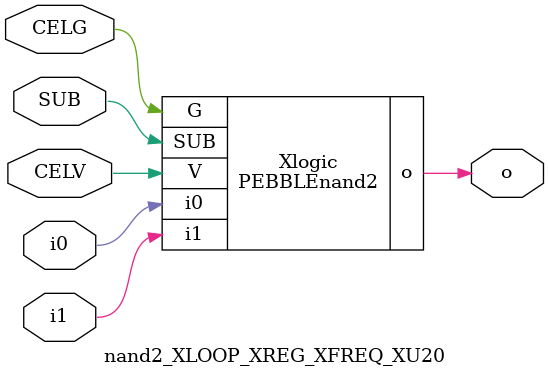
<source format=v>



module PEBBLEnand2 ( o, G, SUB, V, i0, i1 );

  input i0;
  input V;
  input i1;
  input G;
  output o;
  input SUB;
endmodule

//Celera Confidential Do Not Copy nand2_XLOOP_XREG_XFREQ_XU20
//Celera Confidential Symbol Generator
//5V NAND2
module nand2_XLOOP_XREG_XFREQ_XU20 (CELV,CELG,i0,i1,o,SUB);
input CELV;
input CELG;
input i0;
input i1;
input SUB;
output o;

//Celera Confidential Do Not Copy nand2
PEBBLEnand2 Xlogic(
.V (CELV),
.i0 (i0),
.i1 (i1),
.o (o),
.SUB (SUB),
.G (CELG)
);
//,diesize,PEBBLEnand2

//Celera Confidential Do Not Copy Module End
//Celera Schematic Generator
endmodule

</source>
